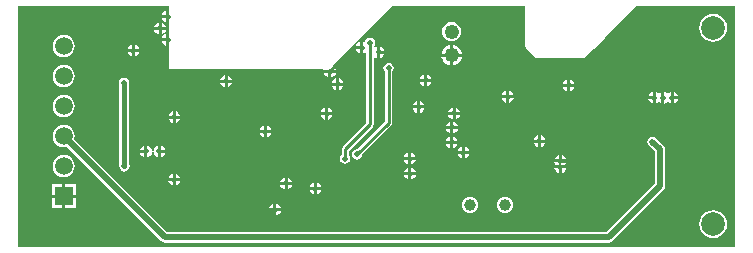
<source format=gbl>
%FSDAX24Y24*%
%MOIN*%
%SFA1B1*%

%IPPOS*%
%ADD32C,0.020000*%
%ADD33C,0.016000*%
%ADD34C,0.010000*%
%ADD36C,0.039400*%
%ADD37R,0.059100X0.059100*%
%ADD38C,0.059100*%
%ADD39C,0.049200*%
%ADD40C,0.078700*%
%ADD41C,0.020000*%
%LNlesson-1*%
%LPD*%
G36*
X044118Y026890D02*
Y019192D01*
X020222*
Y027208*
X025270*
Y027101*
X025260Y027093*
Y026870*
Y026647*
X025270Y026639*
Y026331*
X025260Y026323*
Y026100*
Y025877*
X025270Y025869*
Y025120*
X030381*
X030406Y025090*
X030814*
X030808Y025118*
X030764Y025184*
X030731Y025206*
X030726Y025256*
X032678Y027208*
X037109*
X037138Y027179*
Y025890*
X037147Y025843*
X037173Y025803*
X037463Y025513*
X037503Y025487*
X037550Y025478*
X039040*
X039087Y025487*
X039127Y025513*
X039417Y025803*
X039787Y026173*
X040831Y027218*
X044118*
Y026890*
G37*
%LNlesson-2*%
%LPC*%
G36*
X024890Y022574D02*
X024862Y022568D01*
X024796Y022524*
X024752Y022458*
X024742Y022407*
X024740Y022402*
X024690*
X024688Y022407*
X024678Y022458*
X024634Y022524*
X024568Y022568*
X024540Y022574*
Y022380*
Y022186*
X024568Y022192*
X024634Y022236*
X024678Y022302*
X024688Y022353*
X024690Y022358*
X024740*
X024742Y022353*
X024752Y022302*
X024796Y022236*
X024862Y022192*
X024890Y022186*
Y022380*
Y022574*
G37*
G36*
X035020Y022534D02*
X034992Y022528D01*
X034926Y022484*
X034882Y022418*
X034876Y022390*
X035020*
Y022534*
G37*
G36*
X035120D02*
Y022390D01*
X035264*
X035258Y022418*
X035214Y022484*
X035148Y022528*
X035120Y022534*
G37*
G36*
X032579Y025324D02*
X032513Y025311D01*
X032457Y025273*
X032419Y025217*
X032406Y025151*
X032419Y025085*
X032457Y025028*
Y023380*
X031530Y022453*
X031464Y022440*
X031407Y022403*
X031370Y022346*
X031357Y022280*
X031370Y022214*
X031407Y022157*
X031464Y022120*
X031530Y022107*
X031596Y022120*
X031653Y022157*
X031690Y022214*
X031703Y022280*
X032666Y023243*
X032692Y023282*
X032701Y023329*
Y025028*
X032702*
X032739Y025085*
X032752Y025151*
X032739Y025217*
X032702Y025273*
X032645Y025311*
X032579Y025324*
G37*
G36*
X034630Y022630D02*
X034486D01*
X034492Y022602*
X034536Y022536*
X034602Y022492*
X034630Y022486*
Y022630*
G37*
G36*
X024440Y022574D02*
X024412Y022568D01*
X024346Y022524*
X024302Y022458*
X024296Y022430*
X024440*
Y022574*
G37*
G36*
X024990D02*
Y022430D01*
X025134*
X025128Y022458*
X025084Y022524*
X025018Y022568*
X024990Y022574*
G37*
G36*
X033335Y022334D02*
Y022190D01*
X033479*
X033473Y022218*
X033429Y022284*
X033363Y022328*
X033335Y022334*
G37*
G36*
X038350Y022254D02*
Y022110D01*
X038494*
X038488Y022138*
X038444Y022204*
X038378Y022248*
X038350Y022254*
G37*
G36*
X035020Y022290D02*
X034876D01*
X034882Y022262*
X034926Y022196*
X034992Y022152*
X035020Y022146*
Y022290*
G37*
G36*
X033479Y022090D02*
X033335D01*
Y021946*
X033363Y021952*
X033429Y021996*
X033473Y022062*
X033479Y022090*
G37*
G36*
X038250Y022254D02*
X038222Y022248D01*
X038156Y022204*
X038112Y022138*
X038106Y022110*
X038250*
Y022254*
G37*
G36*
X025134Y022330D02*
X024990D01*
Y022186*
X025018Y022192*
X025084Y022236*
X025128Y022302*
X025134Y022330*
G37*
G36*
X033235Y022334D02*
X033207Y022328D01*
X033141Y022284*
X033097Y022218*
X033091Y022190*
X033235*
Y022334*
G37*
G36*
X035264Y022290D02*
X035120D01*
Y022146*
X035148Y022152*
X035214Y022196*
X035258Y022262*
X035264Y022290*
G37*
G36*
X024440Y022330D02*
X024296D01*
X024302Y022302*
X024346Y022236*
X024412Y022192*
X024440Y022186*
Y022330*
G37*
G36*
X028421Y023234D02*
X028393Y023228D01*
X028327Y023184*
X028283Y023118*
X028277Y023090*
X028421*
Y023234*
G37*
G36*
X028521D02*
Y023090D01*
X028665*
X028660Y023118*
X028615Y023184*
X028549Y023228*
X028521Y023234*
G37*
G36*
X034640Y023130D02*
X034496D01*
X034502Y023102*
X034546Y023036*
X034612Y022992*
X034640Y022986*
Y023130*
G37*
G36*
X034884D02*
X034740D01*
Y022986*
X034768Y022992*
X034834Y023036*
X034878Y023102*
X034884Y023130*
G37*
G36*
X025380Y023470D02*
X025236D01*
X025242Y023442*
X025286Y023376*
X025352Y023332*
X025380Y023326*
Y023470*
G37*
G36*
X025624D02*
X025480D01*
Y023326*
X025508Y023332*
X025574Y023376*
X025618Y023442*
X025624Y023470*
G37*
G36*
X034640Y023374D02*
X034612Y023368D01*
X034546Y023324*
X034502Y023258*
X034496Y023230*
X034640*
Y023374*
G37*
G36*
X034740D02*
Y023230D01*
X034884*
X034878Y023258*
X034834Y023324*
X034768Y023368*
X034740Y023374*
G37*
G36*
X028665Y022990D02*
X028521D01*
Y022846*
X028549Y022852*
X028615Y022896*
X028660Y022962*
X028665Y022990*
G37*
G36*
X037794Y022670D02*
X037650D01*
Y022526*
X037678Y022532*
X037744Y022576*
X037788Y022642*
X037794Y022670*
G37*
G36*
X034630Y022874D02*
X034602Y022868D01*
X034536Y022824*
X034492Y022758*
X034486Y022730*
X034630*
Y022874*
G37*
G36*
X034874Y022630D02*
X034730D01*
Y022486*
X034758Y022492*
X034824Y022536*
X034868Y022602*
X034874Y022630*
G37*
G36*
X037550Y022670D02*
X037406D01*
X037412Y022642*
X037456Y022576*
X037522Y022532*
X037550Y022526*
Y022670*
G37*
G36*
X037650Y022914D02*
Y022770D01*
X037794*
X037788Y022798*
X037744Y022864*
X037678Y022908*
X037650Y022914*
G37*
G36*
X028421Y022990D02*
X028277D01*
X028283Y022962*
X028327Y022896*
X028393Y022852*
X028421Y022846*
Y022990*
G37*
G36*
X034730Y022874D02*
Y022730D01*
X034874*
X034868Y022758*
X034824Y022824*
X034758Y022868*
X034730Y022874*
G37*
G36*
X037550Y022914D02*
X037522Y022908D01*
X037456Y022864*
X037412Y022798*
X037406Y022770*
X037550*
Y022914*
G37*
G36*
X033235Y022090D02*
X033091D01*
X033097Y022062*
X033141Y021996*
X033207Y021952*
X033235Y021946*
Y022090*
G37*
G36*
X021700Y021285D02*
X021355D01*
Y020940*
X021700*
Y021285*
G37*
G36*
X022145D02*
X021800D01*
Y020940*
X022145*
Y021285*
G37*
G36*
X021700Y020840D02*
X021355D01*
Y020495*
X021700*
Y020840*
G37*
G36*
X022145D02*
X021800D01*
Y020495*
X022145*
Y020840*
G37*
G36*
X029110Y021260D02*
X028966D01*
X028972Y021232*
X029016Y021166*
X029082Y021122*
X029110Y021116*
Y021260*
G37*
G36*
X029354D02*
X029210D01*
Y021116*
X029238Y021122*
X029304Y021166*
X029348Y021232*
X029354Y021260*
G37*
G36*
X030090Y021090D02*
X029946D01*
X029952Y021062*
X029996Y020996*
X030062Y020952*
X030090Y020946*
Y021090*
G37*
G36*
X030334D02*
X030190D01*
Y020946*
X030218Y020952*
X030284Y020996*
X030328Y021062*
X030334Y021090*
G37*
G36*
X028740Y020390D02*
X028596D01*
X028602Y020362*
X028646Y020296*
X028712Y020252*
X028740Y020246*
Y020390*
G37*
G36*
X028984D02*
X028840D01*
Y020246*
X028868Y020252*
X028934Y020296*
X028978Y020362*
X028984Y020390*
G37*
G36*
X021750Y023258D02*
X021655Y023246D01*
X021566Y023209*
X021489Y023151*
X021431Y023074*
X021394Y022985*
X021382Y022890*
X021394Y022795*
X021431Y022706*
X021489Y022629*
X021566Y022571*
X021655Y022534*
X021750Y022522*
X021845Y022534*
X021856Y022539*
X025007Y019387*
X025064Y019350*
X025130Y019337*
X039910*
X039976Y019350*
X040033Y019387*
X041743Y021097*
X041780Y021154*
X041793Y021220*
Y022130*
Y022450*
X041780Y022516*
X041743Y022573*
X041497Y022818*
X041441Y022856*
X041374Y022869*
X041308Y022856*
X041252Y022818*
X041214Y022762*
X041201Y022696*
X041214Y022629*
X041252Y022573*
X041447Y022378*
Y022130*
Y021292*
X039838Y019683*
X025202*
X022101Y022784*
X022106Y022795*
X022118Y022890*
X022106Y022985*
X022069Y023074*
X022011Y023151*
X021934Y023209*
X021845Y023246*
X021750Y023258*
G37*
G36*
X043400Y020418D02*
X043279Y020402D01*
X043166Y020355*
X043069Y020281*
X042995Y020184*
X042948Y020071*
X042932Y019950*
X042948Y019829*
X042995Y019716*
X043069Y019619*
X043166Y019545*
X043279Y019498*
X043400Y019482*
X043521Y019498*
X043634Y019545*
X043731Y019619*
X043805Y019716*
X043852Y019829*
X043868Y019950*
X043852Y020071*
X043805Y020184*
X043731Y020281*
X043634Y020355*
X043521Y020402*
X043400Y020418*
G37*
G36*
X028740Y020634D02*
X028712Y020628D01*
X028646Y020584*
X028602Y020518*
X028596Y020490*
X028740*
Y020634*
G37*
G36*
X028840D02*
Y020490D01*
X028984*
X028978Y020518*
X028934Y020584*
X028868Y020628*
X028840Y020634*
G37*
G36*
X035290Y020869D02*
X035220Y020860D01*
X035155Y020833*
X035100Y020790*
X035057Y020735*
X035030Y020670*
X035021Y020600*
X035030Y020530*
X035057Y020465*
X035100Y020410*
X035155Y020367*
X035220Y020340*
X035290Y020331*
X035360Y020340*
X035425Y020367*
X035480Y020410*
X035523Y020465*
X035550Y020530*
X035559Y020600*
X035550Y020670*
X035523Y020735*
X035480Y020790*
X035425Y020833*
X035360Y020860*
X035290Y020869*
G37*
G36*
X036460D02*
X036390Y020860D01*
X036325Y020833*
X036270Y020790*
X036227Y020735*
X036200Y020670*
X036191Y020600*
X036200Y020530*
X036227Y020465*
X036270Y020410*
X036325Y020367*
X036390Y020340*
X036460Y020331*
X036530Y020340*
X036595Y020367*
X036650Y020410*
X036693Y020465*
X036720Y020530*
X036729Y020600*
X036720Y020670*
X036693Y020735*
X036650Y020790*
X036595Y020833*
X036530Y020860*
X036460Y020869*
G37*
G36*
X030090Y021334D02*
X030062Y021328D01*
X029996Y021284*
X029952Y021218*
X029946Y021190*
X030090*
Y021334*
G37*
G36*
X038250Y021810D02*
X038106D01*
X038112Y021782*
X038156Y021716*
X038222Y021672*
X038250Y021666*
Y021810*
G37*
G36*
X038494D02*
X038350D01*
Y021666*
X038378Y021672*
X038444Y021716*
X038488Y021782*
X038494Y021810*
G37*
G36*
X025480Y021634D02*
Y021490D01*
X025624*
X025618Y021518*
X025574Y021584*
X025508Y021628*
X025480Y021634*
G37*
G36*
X021750Y022258D02*
X021655Y022246D01*
X021566Y022209*
X021489Y022151*
X021431Y022074*
X021394Y021985*
X021382Y021890*
X021394Y021795*
X021431Y021706*
X021489Y021629*
X021566Y021571*
X021655Y021534*
X021750Y021522*
X021845Y021534*
X021934Y021571*
X022011Y021629*
X022069Y021706*
X022106Y021795*
X022118Y021890*
X022106Y021985*
X022069Y022074*
X022011Y022151*
X021934Y022209*
X021845Y022246*
X021750Y022258*
G37*
G36*
X023760Y024833D02*
X023694Y024820D01*
X023637Y024783*
X023600Y024726*
X023587Y024660*
X023600Y024594*
X023607Y024583*
Y021932*
X023597Y021880*
X023610Y021814*
X023647Y021757*
X023704Y021720*
X023770Y021707*
X023836Y021720*
X023893Y021757*
X023930Y021814*
X023943Y021880*
X023930Y021946*
X023913Y021972*
Y024583*
X023920Y024594*
X023933Y024660*
X023920Y024726*
X023883Y024783*
X023826Y024820*
X023760Y024833*
G37*
G36*
X038494Y022010D02*
X038106D01*
X038112Y021982*
X038126Y021960*
X038112Y021938*
X038106Y021910*
X038494*
X038488Y021938*
X038474Y021960*
X038488Y021982*
X038494Y022010*
G37*
G36*
X033240Y021834D02*
X033212Y021828D01*
X033146Y021784*
X033102Y021718*
X033096Y021690*
X033240*
Y021834*
G37*
G36*
X033340D02*
Y021690D01*
X033484*
X033478Y021718*
X033434Y021784*
X033368Y021828*
X033340Y021834*
G37*
G36*
X025624Y021390D02*
X025480D01*
Y021246*
X025508Y021252*
X025574Y021296*
X025618Y021362*
X025624Y021390*
G37*
G36*
X029110Y021504D02*
X029082Y021498D01*
X029016Y021454*
X028972Y021388*
X028966Y021360*
X029110*
Y021504*
G37*
G36*
X030190Y021334D02*
Y021190D01*
X030334*
X030328Y021218*
X030284Y021284*
X030218Y021328*
X030190Y021334*
G37*
G36*
X025380Y021390D02*
X025236D01*
X025242Y021362*
X025286Y021296*
X025352Y021252*
X025380Y021246*
Y021390*
G37*
G36*
X033484Y021590D02*
X033340D01*
Y021446*
X033368Y021452*
X033434Y021496*
X033478Y021562*
X033484Y021590*
G37*
G36*
X025380Y021634D02*
X025352Y021628D01*
X025286Y021584*
X025242Y021518*
X025236Y021490*
X025380*
Y021634*
G37*
G36*
X029210Y021504D02*
Y021360D01*
X029354*
X029348Y021388*
X029304Y021454*
X029238Y021498*
X029210Y021504*
G37*
G36*
X033240Y021590D02*
X033096D01*
X033102Y021562*
X033146Y021496*
X033212Y021452*
X033240Y021446*
Y021590*
G37*
G36*
X030460Y023585D02*
X030316D01*
X030322Y023557*
X030366Y023491*
X030432Y023447*
X030460Y023441*
Y023585*
G37*
G36*
X035022Y025534D02*
X034730D01*
Y025242*
X034770Y025247*
X034855Y025282*
X034927Y025337*
X034982Y025410*
X035017Y025494*
X035022Y025534*
G37*
G36*
X032440Y025636D02*
X032296D01*
Y025492*
X032324Y025498*
X032390Y025542*
X032434Y025608*
X032440Y025636*
G37*
G36*
X030814Y024990D02*
X030670D01*
Y024846*
X030698Y024852*
X030764Y024896*
X030808Y024962*
X030814Y024990*
G37*
G36*
X034630Y025534D02*
X034338D01*
X034343Y025494*
X034378Y025410*
X034433Y025337*
X034505Y025282*
X034590Y025247*
X034630Y025242*
Y025534*
G37*
G36*
X024264Y025690D02*
X024120D01*
Y025546*
X024148Y025552*
X024214Y025596*
X024258Y025662*
X024264Y025690*
G37*
G36*
X034630Y025926D02*
X034590Y025921D01*
X034505Y025886*
X034433Y025831*
X034378Y025759*
X034343Y025674*
X034338Y025634*
X034630*
Y025926*
G37*
G36*
X021750Y026258D02*
X021655Y026246D01*
X021566Y026209*
X021489Y026151*
X021431Y026074*
X021394Y025985*
X021382Y025890*
X021394Y025795*
X021431Y025706*
X021489Y025629*
X021566Y025571*
X021655Y025534*
X021750Y025522*
X021845Y025534*
X021934Y025571*
X022011Y025629*
X022069Y025706*
X022106Y025795*
X022118Y025890*
X022106Y025985*
X022069Y026074*
X022011Y026151*
X021934Y026209*
X021845Y026246*
X021750Y026258*
G37*
G36*
X024020Y025690D02*
X023876D01*
X023882Y025662*
X023926Y025596*
X023992Y025552*
X024020Y025546*
Y025690*
G37*
G36*
X030930Y024814D02*
Y024670D01*
X031074*
X031068Y024698*
X031024Y024764*
X030958Y024808*
X030930Y024814*
G37*
G36*
X027110Y024914D02*
X027082Y024908D01*
X027016Y024864*
X026972Y024798*
X026966Y024770*
X027110*
Y024914*
G37*
G36*
X038630Y024774D02*
Y024630D01*
X038774*
X038768Y024658*
X038724Y024724*
X038658Y024768*
X038630Y024774*
G37*
G36*
X030830Y024814D02*
X030802Y024808D01*
X030736Y024764*
X030692Y024698*
X030686Y024670*
X030830*
Y024814*
G37*
G36*
X033860Y024944D02*
Y024800D01*
X034004*
X033998Y024828*
X033954Y024894*
X033888Y024938*
X033860Y024944*
G37*
G36*
X030570Y024990D02*
X030426D01*
X030432Y024962*
X030476Y024896*
X030542Y024852*
X030570Y024846*
Y024990*
G37*
G36*
X027210Y024914D02*
Y024770D01*
X027354*
X027348Y024798*
X027304Y024864*
X027238Y024908*
X027210Y024914*
G37*
G36*
X033760Y024944D02*
X033732Y024938D01*
X033666Y024894*
X033622Y024828*
X033616Y024800*
X033760*
Y024944*
G37*
G36*
X034730Y025926D02*
Y025634D01*
X035022*
X035017Y025674*
X034982Y025759*
X034927Y025831*
X034855Y025886*
X034770Y025921*
X034730Y025926*
G37*
G36*
X024910Y026430D02*
X024766D01*
X024772Y026402*
X024816Y026336*
X024882Y026292*
X024910Y026286*
Y026430*
G37*
G36*
X025154D02*
X025010D01*
Y026286*
X025038Y026292*
X025104Y026336*
X025148Y026402*
X025154Y026430*
G37*
G36*
X034680Y026690D02*
X034597Y026679D01*
X034521Y026648*
X034455Y026597*
X034404Y026531*
X034372Y026454*
X034361Y026371*
X034372Y026289*
X034404Y026212*
X034455Y026146*
X034521Y026095*
X034597Y026064*
X034680Y026053*
X034762Y026064*
X034839Y026095*
X034905Y026146*
X034956Y026212*
X034988Y026289*
X034999Y026371*
X034988Y026454*
X034956Y026531*
X034905Y026597*
X034839Y026648*
X034762Y026679*
X034680Y026690*
G37*
G36*
X025160Y026294D02*
X025132Y026288D01*
X025066Y026244*
X025022Y026178*
X025016Y026150*
X025160*
Y026294*
G37*
G36*
Y026820D02*
X025016D01*
X025022Y026792*
X025066Y026726*
X025132Y026682*
X025160Y026676*
Y026820*
G37*
G36*
Y027064D02*
X025132Y027058D01*
X025066Y027014*
X025022Y026948*
X025016Y026920*
X025160*
Y027064*
G37*
G36*
X024910Y026674D02*
X024882Y026668D01*
X024816Y026624*
X024772Y026558*
X024766Y026530*
X024910*
Y026674*
G37*
G36*
X025010D02*
Y026530D01*
X025154*
X025148Y026558*
X025104Y026624*
X025038Y026668*
X025010Y026674*
G37*
G36*
X024020Y025934D02*
X023992Y025928D01*
X023926Y025884*
X023882Y025818*
X023876Y025790*
X024020*
Y025934*
G37*
G36*
X024120D02*
Y025790D01*
X024264*
X024258Y025818*
X024214Y025884*
X024148Y025928*
X024120Y025934*
G37*
G36*
X031630Y025790D02*
X031486D01*
X031492Y025762*
X031536Y025696*
X031602Y025652*
X031630Y025646*
Y025790*
G37*
G36*
X032296Y025880D02*
Y025736D01*
X032440*
X032434Y025764*
X032390Y025830*
X032324Y025874*
X032296Y025880*
G37*
G36*
X031960Y026163D02*
X031894Y026150D01*
X031837Y026113*
X031800Y026056*
X031798Y026045*
X031758Y026028*
X031730Y026034*
Y025840*
Y025646*
X031758Y025652*
X031788Y025671*
X031838Y025645*
Y023331*
X031043Y022537*
X031017Y022497*
X031008Y022450*
Y022263*
X031007*
X030970Y022206*
X030957Y022140*
X030970Y022074*
X031007Y022017*
X031064Y021980*
X031130Y021967*
X031196Y021980*
X031253Y022017*
X031290Y022074*
X031303Y022140*
X031290Y022206*
X031253Y022263*
X031252*
Y022399*
X032047Y023193*
X032073Y023233*
X032082Y023280*
Y025495*
X032132Y025521*
X032168Y025498*
X032196Y025492*
Y025686*
Y025880*
X032168Y025874*
X032132Y025851*
X032128Y025852*
X032095Y025886*
X032120Y025924*
X032133Y025990*
X032120Y026056*
X032083Y026113*
X032026Y026150*
X031960Y026163*
G37*
G36*
X043400Y026968D02*
X043279Y026952D01*
X043166Y026905*
X043069Y026831*
X042995Y026734*
X042948Y026621*
X042932Y026500*
X042948Y026379*
X042995Y026266*
X043069Y026169*
X043166Y026095*
X043279Y026048*
X043400Y026032*
X043521Y026048*
X043634Y026095*
X043731Y026169*
X043805Y026266*
X043852Y026379*
X043868Y026500*
X043852Y026621*
X043805Y026734*
X043731Y026831*
X043634Y026905*
X043521Y026952*
X043400Y026968*
G37*
G36*
X031630Y026034D02*
X031602Y026028D01*
X031536Y025984*
X031492Y025918*
X031486Y025890*
X031630*
Y026034*
G37*
G36*
X025160Y026050D02*
X025016D01*
X025022Y026022*
X025066Y025956*
X025132Y025912*
X025160Y025906*
Y026050*
G37*
G36*
X038530Y024774D02*
X038502Y024768D01*
X038436Y024724*
X038392Y024658*
X038386Y024630*
X038530*
Y024774*
G37*
G36*
X034710Y023844D02*
X034682Y023838D01*
X034616Y023794*
X034572Y023728*
X034566Y023700*
X034710*
Y023844*
G37*
G36*
X034810D02*
Y023700D01*
X034954*
X034948Y023728*
X034904Y023794*
X034838Y023838*
X034810Y023844*
G37*
G36*
X030460Y023829D02*
X030432Y023823D01*
X030366Y023779*
X030322Y023713*
X030316Y023685*
X030460*
Y023829*
G37*
G36*
X030560D02*
Y023685D01*
X030704*
X030698Y023713*
X030654Y023779*
X030588Y023823*
X030560Y023829*
G37*
G36*
X041480Y024364D02*
Y024170D01*
Y023976*
X041508Y023982*
X041533Y023998*
X041576Y024024*
X041642Y023979*
X041670Y023974*
Y024168*
Y024362*
X041642Y024356*
X041617Y024340*
X041574Y024314*
X041508Y024358*
X041480Y024364*
G37*
G36*
X042224Y024119D02*
X042080D01*
Y023975*
X042108Y023980*
X042174Y024025*
X042218Y024091*
X042224Y024119*
G37*
G36*
X033530Y024054D02*
X033502Y024048D01*
X033436Y024004*
X033392Y023938*
X033386Y023910*
X033530*
Y024054*
G37*
G36*
X033630D02*
Y023910D01*
X033774*
X033768Y023938*
X033724Y024004*
X033658Y024048*
X033630Y024054*
G37*
G36*
X034954Y023600D02*
X034810D01*
Y023456*
X034838Y023462*
X034904Y023506*
X034948Y023572*
X034954Y023600*
G37*
G36*
X021750Y024258D02*
X021655Y024246D01*
X021566Y024209*
X021489Y024151*
X021431Y024074*
X021394Y023985*
X021382Y023890*
X021394Y023795*
X021431Y023706*
X021489Y023629*
X021566Y023571*
X021655Y023534*
X021750Y023522*
X021845Y023534*
X021934Y023571*
X022011Y023629*
X022069Y023706*
X022106Y023795*
X022118Y023890*
X022106Y023985*
X022069Y024074*
X022011Y024151*
X021934Y024209*
X021845Y024246*
X021750Y024258*
G37*
G36*
X030704Y023585D02*
X030560D01*
Y023441*
X030588Y023447*
X030654Y023491*
X030698Y023557*
X030704Y023585*
G37*
G36*
X034710Y023600D02*
X034566D01*
X034572Y023572*
X034616Y023506*
X034682Y023462*
X034710Y023456*
Y023600*
G37*
G36*
X033530Y023810D02*
X033386D01*
X033392Y023782*
X033436Y023716*
X033502Y023672*
X033530Y023666*
Y023810*
G37*
G36*
X033774D02*
X033630D01*
Y023666*
X033658Y023672*
X033724Y023716*
X033768Y023782*
X033774Y023810*
G37*
G36*
X025380Y023714D02*
X025352Y023708D01*
X025286Y023664*
X025242Y023598*
X025236Y023570*
X025380*
Y023714*
G37*
G36*
X025480D02*
Y023570D01*
X025624*
X025618Y023598*
X025574Y023664*
X025508Y023708*
X025480Y023714*
G37*
G36*
X041380Y024120D02*
X041236D01*
X041242Y024092*
X041286Y024026*
X041352Y023982*
X041380Y023976*
Y024120*
G37*
G36*
X031074Y024570D02*
X030930D01*
Y024426*
X030958Y024432*
X031024Y024476*
X031068Y024542*
X031074Y024570*
G37*
G36*
X021750Y025258D02*
X021655Y025246D01*
X021566Y025209*
X021489Y025151*
X021431Y025074*
X021394Y024985*
X021382Y024890*
X021394Y024795*
X021431Y024706*
X021489Y024629*
X021566Y024571*
X021655Y024534*
X021750Y024522*
X021845Y024534*
X021934Y024571*
X022011Y024629*
X022069Y024706*
X022106Y024795*
X022118Y024890*
X022106Y024985*
X022069Y025074*
X022011Y025151*
X021934Y025209*
X021845Y025246*
X021750Y025258*
G37*
G36*
X038774Y024530D02*
X038630D01*
Y024386*
X038658Y024392*
X038724Y024436*
X038768Y024502*
X038774Y024530*
G37*
G36*
X030830Y024570D02*
X030686D01*
X030692Y024542*
X030736Y024476*
X030802Y024432*
X030830Y024426*
Y024570*
G37*
G36*
X033760Y024700D02*
X033616D01*
X033622Y024672*
X033666Y024606*
X033732Y024562*
X033760Y024556*
Y024700*
G37*
G36*
X034004D02*
X033860D01*
Y024556*
X033888Y024562*
X033954Y024606*
X033998Y024672*
X034004Y024700*
G37*
G36*
X027110Y024670D02*
X026966D01*
X026972Y024642*
X027016Y024576*
X027082Y024532*
X027110Y024526*
Y024670*
G37*
G36*
X027354D02*
X027210D01*
Y024526*
X027238Y024532*
X027304Y024576*
X027348Y024642*
X027354Y024670*
G37*
G36*
X042080Y024363D02*
Y024219D01*
X042224*
X042218Y024247*
X042174Y024313*
X042108Y024357*
X042080Y024363*
G37*
G36*
X041380Y024364D02*
X041352Y024358D01*
X041286Y024314*
X041242Y024248*
X041236Y024220*
X041380*
Y024364*
G37*
G36*
X036500Y024150D02*
X036356D01*
X036362Y024122*
X036406Y024056*
X036472Y024012*
X036500Y024006*
Y024150*
G37*
G36*
X036744D02*
X036600D01*
Y024006*
X036628Y024012*
X036694Y024056*
X036738Y024122*
X036744Y024150*
G37*
G36*
X041980Y024363D02*
X041952Y024357D01*
X041912Y024330*
X041864Y024312*
X041798Y024356*
X041770Y024362*
Y024168*
Y023974*
X041798Y023979*
X041838Y024006*
X041886Y024025*
X041952Y023980*
X041980Y023975*
Y024169*
Y024363*
G37*
G36*
X038530Y024530D02*
X038386D01*
X038392Y024502*
X038436Y024436*
X038502Y024392*
X038530Y024386*
Y024530*
G37*
G36*
X036500Y024394D02*
X036472Y024388D01*
X036406Y024344*
X036362Y024278*
X036356Y024250*
X036500*
Y024394*
G37*
G36*
X036600D02*
Y024250D01*
X036744*
X036738Y024278*
X036694Y024344*
X036628Y024388*
X036600Y024394*
G37*
%LNlesson-3*%
%LPD*%
G54D32*
X025130Y019510D02*
X039910D01*
X021750Y022890D02*
X025130Y019510D01*
X041374Y022696D02*
X041620Y022450D01*
Y022130D02*
Y022450D01*
Y021220D02*
Y022130D01*
X039910Y019510D02*
X041620Y021220D01*
G54D33*
X023760Y021890D02*
Y024660D01*
G54D34*
X024931Y026479D02*
X024970Y026440D01*
X036000Y023900D02*
X037190D01*
X030610Y025070D02*
X031040Y025500D01*
X031960Y023280D02*
Y025990D01*
X031130Y022450D02*
X031960Y023280D01*
X031130Y022140D02*
Y022450D01*
X032579Y023329D02*
Y025151D01*
X031530Y022280D02*
X032579Y023329D01*
X024932Y026480D02*
X024960D01*
X024931Y026479D02*
X024932Y026480D01*
X024900Y022420D02*
X024940Y022380D01*
X026610*
X028780Y020210D02*
X028790Y020220D01*
X026610Y022380D02*
X028780Y020210D01*
X038610Y022060D02*
X038730Y022180D01*
X038300Y022060D02*
X038610D01*
X028980Y020210D02*
X029000Y020190D01*
X038730Y022180D02*
X038750Y022160D01*
X038770Y022180*
X038950*
X039000Y022230*
X038770Y022180D02*
X038840Y022250D01*
X039000Y022230D02*
X039010Y022220D01*
X038720Y022370D02*
X038840Y022250D01*
X028130Y023530D02*
X028310Y023350D01*
X029140Y024180*
X023760Y021890D02*
X023770Y021880D01*
X029140Y024180D02*
Y024830D01*
X040010Y021980D02*
X041770Y023740D01*
X041810*
X039250Y021980D02*
X040010D01*
G54D36*
X036460Y020600D03*
X035290D03*
G54D37*
X021750Y020890D03*
G54D38*
X021750Y021890D03*
Y022890D03*
Y023890D03*
Y024890D03*
Y025890D03*
G54D39*
X034680Y026371D03*
Y025584D03*
G54D40*
X043400Y019950D03*
Y026500D03*
G54D41*
X036550Y024200D03*
X034680Y022680D03*
X035070Y022340D03*
X034760Y023650D03*
X034690Y023180D03*
X037600Y022720D03*
X038580Y024580D03*
X031530Y022280D03*
X031130Y022140D03*
X041720Y024168D03*
X041430Y024170D03*
X031960Y025990D03*
X031680Y025840D03*
X028471Y023040D03*
X025430Y023520D03*
X024070Y025740D03*
X024960Y026480D03*
X025210Y026100D03*
Y026870D03*
X023760Y024660D03*
X024940Y022380D03*
X025430Y021440D03*
X028790Y020440D03*
X029160Y021310D03*
X030140Y021140D03*
X033290Y021640D03*
X033285Y022140D03*
X032579Y025151D03*
X030510Y023635D03*
X030620Y025040D03*
X030880Y024620D03*
X033810Y024750D03*
X033580Y023860D03*
X041620Y022450D03*
Y022130D03*
X038300Y022060D03*
Y021860D03*
X042030Y024169D03*
X041374Y022696D03*
X024490Y022380D03*
X032246Y025686D03*
X023770Y021880D03*
X027160Y024720D03*
M02*
</source>
